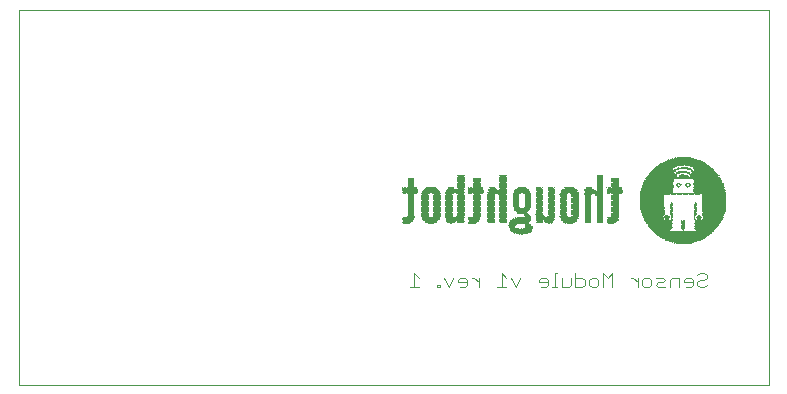
<source format=gbo>
G75*
%MOIN*%
%OFA0B0*%
%FSLAX24Y24*%
%IPPOS*%
%LPD*%
%AMOC8*
5,1,8,0,0,1.08239X$1,22.5*
%
%ADD10C,0.0000*%
%ADD11C,0.0040*%
%ADD12R,0.0020X0.0020*%
%ADD13R,0.0540X0.0020*%
%ADD14R,0.0660X0.0020*%
%ADD15R,0.0820X0.0020*%
%ADD16R,0.0940X0.0020*%
%ADD17R,0.1100X0.0020*%
%ADD18R,0.1180X0.0020*%
%ADD19R,0.1260X0.0020*%
%ADD20R,0.1300X0.0020*%
%ADD21R,0.1420X0.0020*%
%ADD22R,0.1460X0.0020*%
%ADD23R,0.1540X0.0020*%
%ADD24R,0.1600X0.0020*%
%ADD25R,0.1700X0.0020*%
%ADD26R,0.1780X0.0020*%
%ADD27R,0.1820X0.0020*%
%ADD28R,0.1860X0.0020*%
%ADD29R,0.0380X0.0020*%
%ADD30R,0.1900X0.0020*%
%ADD31R,0.0500X0.0020*%
%ADD32R,0.1960X0.0020*%
%ADD33R,0.0620X0.0020*%
%ADD34R,0.1980X0.0020*%
%ADD35R,0.0040X0.0020*%
%ADD36R,0.0700X0.0020*%
%ADD37R,0.0720X0.0020*%
%ADD38R,0.0640X0.0020*%
%ADD39R,0.0760X0.0020*%
%ADD40R,0.0100X0.0020*%
%ADD41R,0.0320X0.0020*%
%ADD42R,0.0260X0.0020*%
%ADD43R,0.0740X0.0020*%
%ADD44R,0.0220X0.0020*%
%ADD45R,0.0120X0.0020*%
%ADD46R,0.0780X0.0020*%
%ADD47R,0.0240X0.0020*%
%ADD48R,0.0200X0.0020*%
%ADD49R,0.0800X0.0020*%
%ADD50R,0.0180X0.0020*%
%ADD51R,0.0840X0.0020*%
%ADD52R,0.0860X0.0020*%
%ADD53R,0.0340X0.0020*%
%ADD54R,0.0880X0.0020*%
%ADD55R,0.0300X0.0020*%
%ADD56R,0.0600X0.0020*%
%ADD57R,0.0280X0.0020*%
%ADD58R,0.0900X0.0020*%
%ADD59R,0.0460X0.0020*%
%ADD60R,0.0420X0.0020*%
%ADD61R,0.0480X0.0020*%
%ADD62R,0.0140X0.0020*%
%ADD63R,0.0060X0.0020*%
%ADD64R,0.0680X0.0020*%
%ADD65R,0.0520X0.0020*%
%ADD66R,0.0360X0.0020*%
%ADD67R,0.0080X0.0020*%
%ADD68R,0.0560X0.0020*%
%ADD69R,0.0580X0.0020*%
%ADD70R,0.2840X0.0020*%
%ADD71R,0.1120X0.0020*%
%ADD72R,0.1080X0.0020*%
%ADD73R,0.1060X0.0020*%
%ADD74R,0.1040X0.0020*%
%ADD75R,0.1020X0.0020*%
%ADD76R,0.0440X0.0020*%
%ADD77R,0.0980X0.0020*%
%ADD78R,0.1000X0.0020*%
%ADD79R,0.0960X0.0020*%
%ADD80R,0.0920X0.0020*%
%ADD81R,0.2500X0.0020*%
%ADD82R,0.2460X0.0020*%
%ADD83R,0.2420X0.0020*%
%ADD84R,0.1580X0.0020*%
%ADD85R,0.1140X0.0020*%
D10*
X000100Y000100D02*
X025100Y000100D01*
X025100Y012600D01*
X000100Y012600D01*
X000100Y000100D01*
D11*
X013132Y003360D02*
X013438Y003360D01*
X013285Y003360D02*
X013285Y003820D01*
X013438Y003667D01*
X014052Y003437D02*
X014052Y003360D01*
X014129Y003360D01*
X014129Y003437D01*
X014052Y003437D01*
X014283Y003667D02*
X014436Y003360D01*
X014589Y003667D01*
X014743Y003590D02*
X014743Y003513D01*
X015050Y003513D01*
X015050Y003437D02*
X015050Y003590D01*
X014973Y003667D01*
X014820Y003667D01*
X014743Y003590D01*
X014820Y003360D02*
X014973Y003360D01*
X015050Y003437D01*
X015203Y003667D02*
X015280Y003667D01*
X015434Y003513D01*
X015434Y003360D02*
X015434Y003667D01*
X016047Y003360D02*
X016354Y003360D01*
X016201Y003360D02*
X016201Y003820D01*
X016354Y003667D01*
X016508Y003667D02*
X016661Y003360D01*
X016815Y003667D01*
X017429Y003590D02*
X017429Y003513D01*
X017735Y003513D01*
X017735Y003437D02*
X017735Y003590D01*
X017659Y003667D01*
X017505Y003667D01*
X017429Y003590D01*
X017505Y003360D02*
X017659Y003360D01*
X017735Y003437D01*
X017889Y003360D02*
X018042Y003360D01*
X017966Y003360D02*
X017966Y003820D01*
X018042Y003820D01*
X018196Y003667D02*
X018196Y003360D01*
X018426Y003360D01*
X018503Y003437D01*
X018503Y003667D01*
X018656Y003667D02*
X018886Y003667D01*
X018963Y003590D01*
X018963Y003437D01*
X018886Y003360D01*
X018656Y003360D01*
X018656Y003820D01*
X019117Y003590D02*
X019193Y003667D01*
X019347Y003667D01*
X019424Y003590D01*
X019424Y003437D01*
X019347Y003360D01*
X019193Y003360D01*
X019117Y003437D01*
X019117Y003590D01*
X019577Y003820D02*
X019577Y003360D01*
X019884Y003360D02*
X019884Y003820D01*
X019731Y003667D01*
X019577Y003820D01*
X020498Y003667D02*
X020575Y003667D01*
X020728Y003513D01*
X020728Y003360D02*
X020728Y003667D01*
X020882Y003590D02*
X020958Y003667D01*
X021112Y003667D01*
X021188Y003590D01*
X021188Y003437D01*
X021112Y003360D01*
X020958Y003360D01*
X020882Y003437D01*
X020882Y003590D01*
X021342Y003667D02*
X021572Y003667D01*
X021649Y003590D01*
X021572Y003513D01*
X021419Y003513D01*
X021342Y003437D01*
X021419Y003360D01*
X021649Y003360D01*
X021802Y003360D02*
X021802Y003590D01*
X021879Y003667D01*
X022109Y003667D01*
X022109Y003360D01*
X022263Y003513D02*
X022570Y003513D01*
X022570Y003437D02*
X022570Y003590D01*
X022493Y003667D01*
X022339Y003667D01*
X022263Y003590D01*
X022263Y003513D01*
X022339Y003360D02*
X022493Y003360D01*
X022570Y003437D01*
X022723Y003437D02*
X022723Y003513D01*
X022800Y003590D01*
X022953Y003590D01*
X023030Y003667D01*
X023030Y003744D01*
X022953Y003820D01*
X022800Y003820D01*
X022723Y003744D01*
X022723Y003437D02*
X022800Y003360D01*
X022953Y003360D01*
X023030Y003437D01*
D12*
X022680Y004840D03*
X022340Y004780D03*
X022300Y004780D03*
X022260Y004780D03*
X022220Y004780D03*
X022180Y004780D03*
X022140Y004780D03*
X021960Y004800D03*
X021900Y004820D03*
X021800Y004840D03*
X021580Y004940D03*
X022260Y005220D03*
X022260Y005260D03*
X022260Y005540D03*
X022220Y005540D03*
X022300Y005540D03*
X022640Y005600D03*
X022640Y005620D03*
X022640Y005640D03*
X022640Y005680D03*
X022640Y005700D03*
X021860Y005700D03*
X021860Y005660D03*
X021860Y005620D03*
X021860Y005580D03*
X021860Y006140D03*
X021860Y006420D03*
X021820Y006420D03*
X021780Y006420D03*
X021740Y006420D03*
X021700Y006420D03*
X021900Y006420D03*
X021940Y006420D03*
X021980Y006420D03*
X021980Y006460D03*
X022020Y006460D03*
X022060Y006460D03*
X022100Y006460D03*
X022140Y006460D03*
X022140Y006420D03*
X022100Y006420D03*
X022060Y006420D03*
X022020Y006420D03*
X022180Y006420D03*
X022180Y006460D03*
X022220Y006460D03*
X022260Y006460D03*
X022300Y006460D03*
X022340Y006460D03*
X022380Y006460D03*
X022420Y006460D03*
X022420Y006420D03*
X022380Y006420D03*
X022340Y006420D03*
X022300Y006420D03*
X022260Y006420D03*
X022220Y006420D03*
X022460Y006420D03*
X022460Y006460D03*
X022500Y006460D03*
X022540Y006460D03*
X022540Y006420D03*
X022500Y006420D03*
X022580Y006420D03*
X022620Y006420D03*
X022660Y006420D03*
X022700Y006420D03*
X022740Y006420D03*
X022780Y006420D03*
X022820Y006420D03*
X022660Y006140D03*
X022420Y006660D03*
X022460Y006700D03*
X022460Y006740D03*
X022380Y006780D03*
X022360Y006800D03*
X022360Y006760D03*
X022160Y006720D03*
X022140Y006700D03*
X022100Y006660D03*
X022060Y006700D03*
X022140Y006780D03*
X022200Y007080D03*
X022240Y007080D03*
X022280Y007080D03*
X022300Y007140D03*
X022180Y007140D03*
X022120Y007320D03*
X022100Y007380D03*
X022240Y007400D03*
X022280Y007400D03*
X022400Y007320D03*
X022520Y007640D03*
X022680Y007600D03*
X022300Y007660D03*
X022260Y007660D03*
X022220Y007660D03*
X022180Y007660D03*
X022000Y007640D03*
X021900Y007620D03*
X021780Y007580D03*
X019840Y006640D03*
X019800Y006640D03*
X019760Y006640D03*
X019720Y006640D03*
X019740Y006460D03*
X019780Y006460D03*
X019820Y006460D03*
X019860Y006460D03*
X020140Y006460D03*
X020180Y006460D03*
X020220Y006460D03*
X019100Y006660D03*
X018540Y006660D03*
X017960Y006640D03*
X017920Y006640D03*
X017880Y006640D03*
X017840Y006640D03*
X017800Y006640D03*
X017760Y006640D03*
X017560Y006640D03*
X017520Y006640D03*
X017480Y006640D03*
X017440Y006640D03*
X017400Y006640D03*
X017360Y006640D03*
X016780Y006660D03*
X015900Y006660D03*
X015580Y006460D03*
X015540Y006460D03*
X015500Y006460D03*
X015220Y006460D03*
X015180Y006460D03*
X015140Y006460D03*
X015100Y006460D03*
X015120Y006640D03*
X015160Y006640D03*
X015200Y006640D03*
X014540Y006660D03*
X013940Y006660D03*
X013740Y006660D03*
X013380Y006460D03*
X013340Y006460D03*
X013020Y006460D03*
X012980Y006460D03*
X012940Y006460D03*
X012920Y006640D03*
X012960Y006640D03*
X013000Y006640D03*
X013140Y005460D03*
X013080Y005440D03*
X013040Y005440D03*
X013000Y005440D03*
X012960Y005440D03*
X013800Y005440D03*
X013840Y005440D03*
X013880Y005440D03*
X014500Y005460D03*
X014540Y005460D03*
X015100Y005460D03*
X015160Y005440D03*
X015200Y005440D03*
X015240Y005440D03*
X015280Y005440D03*
X015340Y005460D03*
X016620Y005620D03*
X016680Y005640D03*
X016780Y005780D03*
X016820Y005780D03*
X016860Y005780D03*
X016900Y005780D03*
X016900Y005660D03*
X017100Y005500D03*
X016880Y005440D03*
X016840Y005440D03*
X016800Y005440D03*
X016760Y005280D03*
X016880Y005280D03*
X016860Y005100D03*
X016820Y005100D03*
X016900Y005100D03*
X017080Y005120D03*
X016640Y005120D03*
X017780Y005460D03*
X017820Y005460D03*
X017860Y005460D03*
X018340Y005460D03*
X018400Y005440D03*
X018440Y005440D03*
X018480Y005440D03*
X018580Y005460D03*
X019800Y005440D03*
X019840Y005440D03*
X019880Y005440D03*
X019920Y005440D03*
X023200Y005120D03*
D13*
X022260Y004800D03*
X019980Y006480D03*
X018460Y006560D03*
X018440Y005580D03*
X016880Y005940D03*
X016860Y005920D03*
X016880Y006500D03*
X016860Y006520D03*
X013840Y006540D03*
X013840Y005580D03*
D14*
X016800Y005520D03*
X016820Y005540D03*
X016840Y005560D03*
X016860Y005180D03*
X021260Y005620D03*
X021280Y005600D03*
X021260Y005660D03*
X021500Y005260D03*
X021520Y005240D03*
X022260Y004820D03*
X022980Y005260D03*
X023200Y005560D03*
X023220Y005580D03*
X023240Y005640D03*
X023260Y005660D03*
X022940Y007220D03*
X022920Y007280D03*
X022800Y007360D03*
X022260Y007620D03*
X021740Y007380D03*
X021640Y007320D03*
X021560Y007240D03*
D15*
X021600Y007200D03*
X021540Y007140D03*
X022240Y007600D03*
X023260Y006420D03*
X023280Y006400D03*
X023280Y006360D03*
X023280Y006320D03*
X023280Y006280D03*
X023280Y006240D03*
X023280Y006200D03*
X023280Y006160D03*
X023280Y006120D03*
X023280Y006080D03*
X023280Y006040D03*
X023280Y006000D03*
X023040Y005400D03*
X022240Y004840D03*
X021480Y005360D03*
X021480Y005400D03*
X021460Y005420D03*
X021220Y006020D03*
X021220Y006060D03*
X021220Y006100D03*
X021220Y006140D03*
X021220Y006180D03*
X021200Y006200D03*
X021220Y006220D03*
X021200Y006240D03*
X021220Y006260D03*
X021220Y006300D03*
X021220Y006340D03*
X021220Y006380D03*
X021220Y006400D03*
D16*
X021440Y006860D03*
X021440Y006900D03*
X021460Y006920D03*
X021480Y006940D03*
X021560Y007060D03*
X022940Y007080D03*
X022960Y007060D03*
X023040Y006940D03*
X023060Y006880D03*
X023080Y006860D03*
X023080Y006820D03*
X022240Y004860D03*
D17*
X022260Y004880D03*
X023120Y006460D03*
X021380Y006480D03*
X021380Y006520D03*
D18*
X022240Y004900D03*
D19*
X022260Y004920D03*
X022260Y007520D03*
D20*
X022260Y007500D03*
X022260Y004940D03*
D21*
X022260Y004960D03*
X022260Y007480D03*
D22*
X022260Y007460D03*
X022260Y004980D03*
D23*
X022240Y005000D03*
X022240Y007440D03*
D24*
X022250Y005020D03*
D25*
X022240Y005040D03*
X022260Y005060D03*
D26*
X022240Y005080D03*
D27*
X022240Y005100D03*
D28*
X022240Y005120D03*
D29*
X019900Y005560D03*
X019900Y005600D03*
X019900Y005640D03*
X018440Y005500D03*
X017760Y005580D03*
X016860Y005840D03*
X016860Y005120D03*
X015280Y005600D03*
X015280Y005620D03*
X015280Y005640D03*
X013840Y005500D03*
X013100Y005640D03*
X013080Y005620D03*
X013080Y005580D03*
X013840Y006620D03*
X019140Y006560D03*
X022260Y007160D03*
X022240Y007300D03*
D30*
X022240Y005140D03*
D31*
X019980Y006500D03*
X019980Y006540D03*
X019980Y006580D03*
X019960Y006600D03*
X016880Y006560D03*
X016860Y006540D03*
X016860Y005900D03*
X016860Y005140D03*
X015340Y006500D03*
X015340Y006540D03*
X015340Y006580D03*
X015340Y006600D03*
X015340Y006620D03*
X013840Y006560D03*
X013160Y006560D03*
X013140Y006580D03*
X013160Y006600D03*
X013140Y006620D03*
X013140Y006540D03*
X013160Y006520D03*
X013160Y006480D03*
X013840Y005560D03*
D32*
X022250Y005160D03*
D33*
X021540Y005200D03*
X021520Y005220D03*
X021280Y005580D03*
X022980Y005220D03*
X022980Y005200D03*
X022880Y007300D03*
X022860Y007320D03*
X022840Y007340D03*
X021600Y007300D03*
X021580Y007280D03*
X021560Y007260D03*
X019260Y006520D03*
X019260Y006500D03*
X019260Y006480D03*
X019260Y006460D03*
X018460Y006480D03*
X017640Y005660D03*
X017660Y005640D03*
X017640Y005620D03*
X017660Y005600D03*
X016860Y005600D03*
X016840Y005580D03*
X016760Y005460D03*
X016860Y005160D03*
X014640Y005580D03*
X014640Y005600D03*
X014640Y005620D03*
X014640Y006500D03*
X014640Y006520D03*
X016040Y006500D03*
X016060Y006520D03*
X016040Y006460D03*
D34*
X022240Y005180D03*
D35*
X022250Y005200D03*
X022250Y005240D03*
X022650Y005580D03*
X022650Y005720D03*
X022650Y005740D03*
X022650Y005780D03*
X022650Y005820D03*
X022650Y005860D03*
X022650Y005900D03*
X022650Y005940D03*
X022650Y005980D03*
X022650Y006020D03*
X022650Y006060D03*
X022650Y006100D03*
X021850Y006100D03*
X021850Y006060D03*
X021850Y006020D03*
X021850Y005980D03*
X021850Y005940D03*
X021850Y005900D03*
X021850Y005860D03*
X021850Y005820D03*
X021850Y005780D03*
X021850Y005740D03*
X021870Y005680D03*
X021870Y005640D03*
X022050Y006720D03*
X022050Y006740D03*
X022050Y006760D03*
X022150Y006760D03*
X022170Y006740D03*
X022350Y006740D03*
X022350Y006720D03*
X022370Y006700D03*
X022470Y006720D03*
D36*
X021560Y007220D03*
X021700Y007360D03*
X022760Y007380D03*
X023240Y005740D03*
X016860Y005200D03*
D37*
X016850Y005220D03*
X021250Y005720D03*
X021510Y005280D03*
X022990Y005280D03*
X022990Y005300D03*
X023250Y005720D03*
D38*
X023230Y005620D03*
X023230Y005600D03*
X022990Y005240D03*
X022950Y007240D03*
X021670Y007340D03*
X016050Y006480D03*
X014630Y006480D03*
X014630Y005640D03*
D39*
X016850Y005260D03*
X016850Y005240D03*
X021230Y005840D03*
X021230Y005880D03*
X021490Y005340D03*
X023010Y005340D03*
X023250Y005800D03*
X023270Y005900D03*
D40*
X022780Y005700D03*
X022780Y005580D03*
X022260Y005500D03*
X022260Y005460D03*
X022260Y005420D03*
X022260Y005380D03*
X022260Y005340D03*
X022260Y005300D03*
X022240Y005280D03*
X021720Y005600D03*
X021720Y005720D03*
X022120Y006680D03*
X022400Y006680D03*
X022440Y007120D03*
X021980Y007220D03*
D41*
X017070Y005280D03*
X014530Y006580D03*
D42*
X014460Y006460D03*
X014440Y006440D03*
X014440Y006400D03*
X014820Y006440D03*
X014820Y006460D03*
X014040Y006400D03*
X014020Y006460D03*
X013660Y006460D03*
X013640Y006400D03*
X013180Y006460D03*
X013640Y005720D03*
X013660Y005660D03*
X014020Y005660D03*
X014040Y005720D03*
X014440Y005680D03*
X014520Y005500D03*
X014820Y005660D03*
X014820Y005680D03*
X015340Y005660D03*
X015360Y005680D03*
X016600Y005280D03*
X017100Y005300D03*
X017100Y005320D03*
X017480Y005720D03*
X017840Y005680D03*
X018620Y005660D03*
X018640Y005680D03*
X018640Y006440D03*
X018620Y006460D03*
X019080Y006440D03*
X019440Y006400D03*
X019980Y005660D03*
X016880Y006640D03*
X016700Y006460D03*
X016220Y006420D03*
X013160Y005680D03*
X013040Y005480D03*
D43*
X021240Y005760D03*
X021260Y005780D03*
X021240Y005800D03*
X021260Y005740D03*
X021500Y005300D03*
X023000Y005320D03*
X023240Y005760D03*
X023260Y005780D03*
X023260Y005820D03*
X023260Y005860D03*
D44*
X022260Y007320D03*
X020000Y006940D03*
X020000Y006900D03*
X020000Y006860D03*
X020000Y006820D03*
X020000Y006780D03*
X020000Y006740D03*
X020000Y006700D03*
X020000Y006660D03*
X020000Y006460D03*
X020000Y006420D03*
X020000Y006380D03*
X020000Y006340D03*
X020000Y006300D03*
X020000Y006260D03*
X020000Y006220D03*
X020000Y006180D03*
X020000Y006140D03*
X020000Y006100D03*
X020000Y006060D03*
X020000Y006020D03*
X020000Y005980D03*
X020000Y005940D03*
X020000Y005900D03*
X020000Y005860D03*
X020000Y005820D03*
X020000Y005780D03*
X020000Y005740D03*
X020000Y005700D03*
X019840Y005460D03*
X019460Y005480D03*
X019460Y005500D03*
X019460Y005520D03*
X019460Y005540D03*
X019460Y005560D03*
X019460Y005580D03*
X019460Y005600D03*
X019460Y005620D03*
X019460Y005640D03*
X019460Y005660D03*
X019460Y005680D03*
X019460Y005700D03*
X019460Y005720D03*
X019460Y005740D03*
X019460Y005760D03*
X019460Y005780D03*
X019460Y005800D03*
X019460Y005820D03*
X019460Y005840D03*
X019460Y005860D03*
X019460Y005880D03*
X019460Y005900D03*
X019460Y005920D03*
X019460Y005940D03*
X019460Y005960D03*
X019460Y005980D03*
X019460Y006000D03*
X019460Y006020D03*
X019460Y006040D03*
X019460Y006060D03*
X019460Y006080D03*
X019460Y006100D03*
X019460Y006120D03*
X019460Y006140D03*
X019460Y006160D03*
X019460Y006180D03*
X019460Y006200D03*
X019460Y006220D03*
X019460Y006240D03*
X019460Y006260D03*
X019460Y006280D03*
X019460Y006300D03*
X019460Y006320D03*
X019460Y006340D03*
X019460Y006360D03*
X019460Y006540D03*
X019460Y006560D03*
X019460Y006580D03*
X019460Y006600D03*
X019460Y006620D03*
X019460Y006640D03*
X019460Y006660D03*
X019460Y006680D03*
X019460Y006700D03*
X019460Y006720D03*
X019460Y006740D03*
X019460Y006760D03*
X019460Y006780D03*
X019460Y006800D03*
X019460Y006820D03*
X019460Y006840D03*
X019460Y006860D03*
X019460Y006880D03*
X019460Y006900D03*
X019460Y006920D03*
X019460Y006940D03*
X019460Y006960D03*
X019460Y006980D03*
X019460Y007000D03*
X019460Y007020D03*
X019460Y007040D03*
X019120Y006620D03*
X019060Y006400D03*
X019060Y006380D03*
X019060Y006360D03*
X019060Y006340D03*
X019060Y006320D03*
X019060Y006300D03*
X019060Y006280D03*
X019060Y006260D03*
X019060Y006240D03*
X019060Y006220D03*
X019060Y006200D03*
X019060Y006180D03*
X019060Y006160D03*
X019060Y006140D03*
X019060Y006120D03*
X019060Y006100D03*
X019060Y006080D03*
X019060Y006060D03*
X019060Y006040D03*
X019060Y006020D03*
X019060Y006000D03*
X019060Y005980D03*
X019060Y005960D03*
X019060Y005940D03*
X019060Y005920D03*
X019060Y005900D03*
X019060Y005880D03*
X019060Y005860D03*
X019060Y005840D03*
X019060Y005820D03*
X019060Y005800D03*
X019060Y005780D03*
X019060Y005760D03*
X019060Y005740D03*
X019060Y005720D03*
X019060Y005700D03*
X019060Y005680D03*
X019060Y005660D03*
X019060Y005640D03*
X019060Y005620D03*
X019060Y005600D03*
X019060Y005580D03*
X019060Y005560D03*
X019060Y005540D03*
X019060Y005520D03*
X019060Y005500D03*
X019060Y005480D03*
X018660Y005720D03*
X018640Y005700D03*
X018660Y005760D03*
X018660Y005800D03*
X018660Y005840D03*
X018660Y005880D03*
X018660Y005920D03*
X018660Y005960D03*
X018660Y006000D03*
X018660Y006040D03*
X018660Y006080D03*
X018660Y006120D03*
X018660Y006160D03*
X018660Y006200D03*
X018660Y006240D03*
X018660Y006280D03*
X018660Y006320D03*
X018660Y006360D03*
X018660Y006400D03*
X018260Y006400D03*
X018240Y006380D03*
X018260Y006360D03*
X018240Y006340D03*
X018260Y006320D03*
X018240Y006300D03*
X018260Y006280D03*
X018240Y006260D03*
X018260Y006240D03*
X018240Y006220D03*
X018260Y006200D03*
X018240Y006180D03*
X018260Y006160D03*
X018240Y006140D03*
X018260Y006120D03*
X018240Y006100D03*
X018260Y006080D03*
X018240Y006060D03*
X018260Y006040D03*
X018240Y006020D03*
X018260Y006000D03*
X018240Y005980D03*
X018260Y005960D03*
X018240Y005940D03*
X018260Y005920D03*
X018240Y005900D03*
X018260Y005880D03*
X018240Y005860D03*
X018260Y005840D03*
X018240Y005820D03*
X018260Y005800D03*
X018240Y005780D03*
X018260Y005760D03*
X018240Y005740D03*
X018260Y005720D03*
X017860Y005720D03*
X017840Y005740D03*
X017860Y005760D03*
X017840Y005780D03*
X017860Y005800D03*
X017840Y005820D03*
X017860Y005840D03*
X017840Y005860D03*
X017860Y005880D03*
X017840Y005900D03*
X017860Y005920D03*
X017840Y005940D03*
X017860Y005960D03*
X017840Y005980D03*
X017860Y006000D03*
X017840Y006020D03*
X017860Y006040D03*
X017840Y006060D03*
X017860Y006080D03*
X017840Y006100D03*
X017860Y006120D03*
X017840Y006140D03*
X017860Y006160D03*
X017840Y006180D03*
X017860Y006200D03*
X017840Y006220D03*
X017860Y006240D03*
X017840Y006260D03*
X017860Y006280D03*
X017840Y006300D03*
X017860Y006320D03*
X017840Y006340D03*
X017860Y006360D03*
X017840Y006380D03*
X017860Y006400D03*
X017840Y006420D03*
X017860Y006440D03*
X017840Y006460D03*
X017860Y006480D03*
X017840Y006500D03*
X017860Y006520D03*
X017840Y006540D03*
X017860Y006560D03*
X017840Y006580D03*
X017860Y006600D03*
X017840Y006620D03*
X017460Y006600D03*
X017440Y006620D03*
X017440Y006580D03*
X017460Y006560D03*
X017440Y006540D03*
X017460Y006520D03*
X017440Y006500D03*
X017460Y006480D03*
X017440Y006460D03*
X017460Y006440D03*
X017440Y006420D03*
X017460Y006400D03*
X017440Y006380D03*
X017460Y006360D03*
X017440Y006340D03*
X017460Y006320D03*
X017440Y006300D03*
X017460Y006280D03*
X017440Y006260D03*
X017460Y006240D03*
X017440Y006220D03*
X017460Y006200D03*
X017440Y006180D03*
X017460Y006160D03*
X017440Y006140D03*
X017460Y006120D03*
X017440Y006100D03*
X017460Y006080D03*
X017440Y006060D03*
X017460Y006040D03*
X017440Y006020D03*
X017460Y006000D03*
X017440Y005980D03*
X017460Y005960D03*
X017440Y005940D03*
X017460Y005920D03*
X017440Y005900D03*
X017460Y005880D03*
X017440Y005860D03*
X017460Y005840D03*
X017440Y005820D03*
X017460Y005800D03*
X017440Y005780D03*
X017460Y005760D03*
X017440Y005580D03*
X017460Y005560D03*
X017440Y005540D03*
X017460Y005520D03*
X017440Y005500D03*
X017460Y005480D03*
X017840Y005700D03*
X017060Y005680D03*
X017040Y005660D03*
X017020Y005440D03*
X017060Y005400D03*
X017080Y005380D03*
X017100Y005360D03*
X016560Y005300D03*
X016540Y005320D03*
X016540Y005360D03*
X016260Y005480D03*
X016240Y005500D03*
X016240Y005540D03*
X016240Y005580D03*
X016240Y005620D03*
X016240Y005660D03*
X016240Y005700D03*
X016240Y005740D03*
X016240Y005780D03*
X016240Y005820D03*
X016240Y005860D03*
X016240Y005900D03*
X016240Y005940D03*
X016240Y005980D03*
X016240Y006020D03*
X016240Y006060D03*
X016240Y006100D03*
X016240Y006140D03*
X016240Y006180D03*
X016240Y006220D03*
X016240Y006260D03*
X016240Y006300D03*
X016240Y006340D03*
X016240Y006380D03*
X016240Y006540D03*
X016240Y006580D03*
X016240Y006620D03*
X016240Y006660D03*
X016240Y006700D03*
X016240Y006740D03*
X016240Y006780D03*
X016240Y006820D03*
X016240Y006860D03*
X016240Y006900D03*
X016240Y006940D03*
X016240Y006980D03*
X016240Y007020D03*
X015920Y006620D03*
X015840Y006380D03*
X015840Y006340D03*
X015840Y006300D03*
X015840Y006260D03*
X015840Y006220D03*
X015840Y006180D03*
X015840Y006140D03*
X015840Y006100D03*
X015840Y006060D03*
X015840Y006020D03*
X015840Y005980D03*
X015840Y005940D03*
X015840Y005900D03*
X015840Y005860D03*
X015840Y005820D03*
X015840Y005780D03*
X015840Y005740D03*
X015840Y005700D03*
X015840Y005660D03*
X015840Y005620D03*
X015840Y005580D03*
X015840Y005540D03*
X015840Y005500D03*
X015860Y005480D03*
X015360Y005700D03*
X015360Y005740D03*
X015360Y005780D03*
X015360Y005820D03*
X015360Y005860D03*
X015360Y005900D03*
X015360Y005940D03*
X015360Y005980D03*
X015360Y006020D03*
X015360Y006060D03*
X015360Y006100D03*
X015360Y006140D03*
X015360Y006180D03*
X015360Y006220D03*
X015360Y006260D03*
X015360Y006300D03*
X015360Y006340D03*
X015360Y006380D03*
X015360Y006420D03*
X015360Y006460D03*
X015360Y006660D03*
X015360Y006700D03*
X015360Y006740D03*
X015360Y006780D03*
X015360Y006820D03*
X015360Y006860D03*
X015360Y006900D03*
X015360Y006940D03*
X014840Y006940D03*
X014840Y006980D03*
X014840Y007020D03*
X014840Y006900D03*
X014840Y006860D03*
X014840Y006820D03*
X014840Y006780D03*
X014840Y006740D03*
X014840Y006700D03*
X014840Y006660D03*
X014840Y006620D03*
X014840Y006580D03*
X014840Y006420D03*
X014840Y006380D03*
X014840Y006340D03*
X014840Y006300D03*
X014840Y006260D03*
X014840Y006220D03*
X014840Y006180D03*
X014840Y006140D03*
X014840Y006100D03*
X014840Y006060D03*
X014840Y006020D03*
X014840Y005980D03*
X014840Y005940D03*
X014840Y005900D03*
X014840Y005860D03*
X014840Y005820D03*
X014840Y005780D03*
X014840Y005740D03*
X014840Y005700D03*
X014840Y005540D03*
X014840Y005500D03*
X014820Y005480D03*
X014440Y005700D03*
X014440Y005740D03*
X014440Y005780D03*
X014440Y005820D03*
X014440Y005860D03*
X014440Y005900D03*
X014440Y005940D03*
X014440Y005980D03*
X014440Y006020D03*
X014440Y006060D03*
X014440Y006100D03*
X014440Y006140D03*
X014440Y006180D03*
X014440Y006220D03*
X014440Y006260D03*
X014440Y006300D03*
X014440Y006340D03*
X014440Y006380D03*
X014440Y006420D03*
X014520Y006620D03*
X014040Y006420D03*
X014040Y006380D03*
X014040Y006340D03*
X014040Y006300D03*
X014040Y006260D03*
X014040Y006220D03*
X014040Y006180D03*
X014040Y006140D03*
X014040Y006100D03*
X014040Y006060D03*
X014040Y006020D03*
X014040Y005980D03*
X014040Y005940D03*
X014040Y005900D03*
X014040Y005860D03*
X014040Y005820D03*
X014040Y005780D03*
X014040Y005740D03*
X014040Y005700D03*
X013840Y005460D03*
X013640Y005700D03*
X013640Y005740D03*
X013640Y005780D03*
X013640Y005820D03*
X013640Y005860D03*
X013640Y005900D03*
X013640Y005940D03*
X013640Y005980D03*
X013640Y006020D03*
X013640Y006060D03*
X013640Y006100D03*
X013640Y006140D03*
X013640Y006180D03*
X013640Y006220D03*
X013640Y006260D03*
X013640Y006300D03*
X013640Y006340D03*
X013640Y006380D03*
X013640Y006420D03*
X013180Y006440D03*
X013160Y006420D03*
X013180Y006400D03*
X013160Y006380D03*
X013180Y006360D03*
X013160Y006340D03*
X013180Y006320D03*
X013160Y006300D03*
X013180Y006280D03*
X013160Y006260D03*
X013180Y006240D03*
X013160Y006220D03*
X013180Y006200D03*
X013160Y006180D03*
X013180Y006160D03*
X013160Y006140D03*
X013180Y006120D03*
X013160Y006100D03*
X013180Y006080D03*
X013160Y006060D03*
X013180Y006040D03*
X013160Y006020D03*
X013180Y006000D03*
X013160Y005980D03*
X013180Y005960D03*
X013160Y005940D03*
X013180Y005920D03*
X013160Y005900D03*
X013180Y005880D03*
X013160Y005860D03*
X013180Y005840D03*
X013160Y005820D03*
X013180Y005800D03*
X013160Y005780D03*
X013180Y005760D03*
X013160Y005740D03*
X013180Y005720D03*
X013160Y005700D03*
X013160Y006660D03*
X013180Y006680D03*
X013160Y006700D03*
X013180Y006720D03*
X013160Y006740D03*
X013180Y006760D03*
X013160Y006780D03*
X013180Y006800D03*
X013160Y006820D03*
X013180Y006840D03*
X013160Y006860D03*
X013180Y006880D03*
X013160Y006900D03*
X013180Y006920D03*
X013160Y006940D03*
X013180Y006960D03*
X016680Y006420D03*
X016680Y006400D03*
X016680Y006380D03*
X016680Y006340D03*
X016680Y006300D03*
X016680Y006260D03*
X016680Y006220D03*
X016680Y006180D03*
X016680Y006140D03*
X016680Y006100D03*
X016680Y006060D03*
X016680Y006020D03*
X016700Y006000D03*
X016700Y005980D03*
X017040Y005980D03*
X017060Y006000D03*
X017060Y006040D03*
X017060Y006080D03*
X017060Y006120D03*
X017060Y006160D03*
X017060Y006200D03*
X017060Y006240D03*
X017060Y006280D03*
X017060Y006320D03*
X017060Y006360D03*
X017060Y006400D03*
X017040Y006460D03*
X016700Y006440D03*
D45*
X022010Y007240D03*
X022050Y007260D03*
X022090Y007140D03*
X022490Y007240D03*
X022250Y005520D03*
X022250Y005480D03*
X022250Y005440D03*
X022250Y005400D03*
X022250Y005360D03*
X022250Y005320D03*
D46*
X021500Y005320D03*
X021480Y005380D03*
X021240Y005820D03*
X021240Y005860D03*
X021240Y005900D03*
X021220Y005920D03*
X021220Y005960D03*
X021220Y006000D03*
X021220Y006040D03*
X023020Y005360D03*
X023260Y005840D03*
X023260Y005880D03*
X023260Y005920D03*
X023280Y005940D03*
X023280Y005980D03*
X023280Y006020D03*
X023280Y006060D03*
X023280Y006100D03*
X023280Y006340D03*
X023280Y006380D03*
X022940Y007160D03*
X022920Y007180D03*
X022700Y007400D03*
X021820Y007400D03*
X021560Y007180D03*
D47*
X019990Y006960D03*
X019990Y006920D03*
X019990Y006880D03*
X019990Y006840D03*
X019990Y006800D03*
X019990Y006760D03*
X019990Y006720D03*
X019990Y006680D03*
X019990Y006440D03*
X019990Y006400D03*
X019990Y006360D03*
X019990Y006320D03*
X019990Y006280D03*
X019990Y006240D03*
X019990Y006200D03*
X019990Y006160D03*
X019990Y006120D03*
X019990Y006080D03*
X019990Y006040D03*
X019990Y006000D03*
X019990Y005960D03*
X019990Y005920D03*
X019990Y005880D03*
X019990Y005840D03*
X019990Y005800D03*
X019990Y005760D03*
X019990Y005720D03*
X019990Y005680D03*
X018650Y005740D03*
X018650Y005780D03*
X018650Y005820D03*
X018650Y005860D03*
X018650Y005900D03*
X018650Y005940D03*
X018650Y005980D03*
X018650Y006020D03*
X018650Y006060D03*
X018650Y006100D03*
X018650Y006140D03*
X018650Y006180D03*
X018650Y006220D03*
X018650Y006260D03*
X018650Y006300D03*
X018650Y006340D03*
X018650Y006380D03*
X018650Y006420D03*
X019070Y006420D03*
X019450Y006380D03*
X018270Y006440D03*
X018250Y006420D03*
X017450Y005740D03*
X017790Y005500D03*
X018250Y005700D03*
X018270Y005680D03*
X018270Y005660D03*
X017110Y005340D03*
X016570Y005420D03*
X016550Y005400D03*
X016250Y005520D03*
X016250Y005560D03*
X016250Y005600D03*
X016250Y005640D03*
X016250Y005680D03*
X016250Y005720D03*
X016250Y005760D03*
X016250Y005800D03*
X016250Y005840D03*
X016250Y005880D03*
X016250Y005920D03*
X016250Y005960D03*
X016250Y006000D03*
X016250Y006040D03*
X016250Y006080D03*
X016250Y006120D03*
X016250Y006160D03*
X016250Y006200D03*
X016250Y006240D03*
X016250Y006280D03*
X016250Y006320D03*
X016250Y006360D03*
X016250Y006560D03*
X016250Y006600D03*
X016250Y006640D03*
X016250Y006680D03*
X016250Y006720D03*
X016250Y006760D03*
X016250Y006800D03*
X016250Y006840D03*
X016250Y006880D03*
X016250Y006920D03*
X016250Y006960D03*
X016250Y007000D03*
X016250Y007040D03*
X015370Y006960D03*
X015370Y006920D03*
X015370Y006880D03*
X015370Y006840D03*
X015370Y006800D03*
X015370Y006760D03*
X015370Y006720D03*
X015370Y006680D03*
X015370Y006440D03*
X015370Y006400D03*
X015370Y006360D03*
X015370Y006320D03*
X015370Y006280D03*
X015370Y006240D03*
X015370Y006200D03*
X015370Y006160D03*
X015370Y006120D03*
X015370Y006080D03*
X015370Y006040D03*
X015370Y006000D03*
X015370Y005960D03*
X015370Y005920D03*
X015370Y005880D03*
X015370Y005840D03*
X015370Y005800D03*
X015370Y005760D03*
X015370Y005720D03*
X015850Y005720D03*
X015850Y005760D03*
X015850Y005800D03*
X015850Y005840D03*
X015850Y005880D03*
X015850Y005920D03*
X015850Y005960D03*
X015850Y006000D03*
X015850Y006040D03*
X015850Y006080D03*
X015850Y006120D03*
X015850Y006160D03*
X015850Y006200D03*
X015850Y006240D03*
X015850Y006280D03*
X015850Y006320D03*
X015850Y006360D03*
X015850Y006400D03*
X015850Y006420D03*
X014830Y006400D03*
X014830Y006360D03*
X014830Y006320D03*
X014830Y006280D03*
X014830Y006240D03*
X014830Y006200D03*
X014830Y006160D03*
X014830Y006120D03*
X014830Y006080D03*
X014830Y006040D03*
X014830Y006000D03*
X014830Y005960D03*
X014830Y005920D03*
X014830Y005880D03*
X014830Y005840D03*
X014830Y005800D03*
X014830Y005760D03*
X014830Y005720D03*
X014450Y005660D03*
X014430Y005720D03*
X014430Y005760D03*
X014430Y005800D03*
X014430Y005840D03*
X014430Y005880D03*
X014430Y005920D03*
X014430Y005960D03*
X014430Y006000D03*
X014430Y006040D03*
X014430Y006080D03*
X014430Y006120D03*
X014430Y006160D03*
X014430Y006200D03*
X014430Y006240D03*
X014430Y006280D03*
X014430Y006320D03*
X014430Y006360D03*
X014050Y006360D03*
X014050Y006320D03*
X014050Y006280D03*
X014050Y006240D03*
X014050Y006200D03*
X014050Y006160D03*
X014050Y006120D03*
X014050Y006080D03*
X014050Y006040D03*
X014050Y006000D03*
X014050Y005960D03*
X014050Y005920D03*
X014050Y005880D03*
X014050Y005840D03*
X014050Y005800D03*
X014050Y005760D03*
X014030Y005680D03*
X013650Y005680D03*
X013630Y005760D03*
X013630Y005800D03*
X013630Y005840D03*
X013630Y005880D03*
X013630Y005920D03*
X013630Y005960D03*
X013630Y006000D03*
X013630Y006040D03*
X013630Y006080D03*
X013630Y006120D03*
X013630Y006160D03*
X013630Y006200D03*
X013630Y006240D03*
X013630Y006280D03*
X013630Y006320D03*
X013630Y006360D03*
X013650Y006440D03*
X014030Y006440D03*
X014830Y006600D03*
X014830Y006640D03*
X014830Y006680D03*
X014830Y006720D03*
X014830Y006760D03*
X014830Y006800D03*
X014830Y006840D03*
X014830Y006880D03*
X014830Y006920D03*
X014830Y006960D03*
X014830Y007000D03*
X014830Y007040D03*
X017050Y006440D03*
X015850Y005680D03*
X015850Y005640D03*
X015850Y005600D03*
X015850Y005560D03*
X015850Y005520D03*
X014830Y005520D03*
X013150Y005660D03*
D48*
X015890Y006640D03*
X016670Y006360D03*
X016670Y006320D03*
X016670Y006280D03*
X016670Y006240D03*
X016670Y006200D03*
X016670Y006160D03*
X016670Y006120D03*
X016670Y006080D03*
X016690Y006040D03*
X017070Y006060D03*
X017070Y006100D03*
X017070Y006140D03*
X017070Y006180D03*
X017070Y006220D03*
X017070Y006260D03*
X017070Y006300D03*
X017070Y006340D03*
X017070Y006380D03*
X016550Y005380D03*
X016550Y005340D03*
D49*
X021230Y005940D03*
X021230Y005980D03*
X021210Y006080D03*
X021210Y006120D03*
X021210Y006160D03*
X021210Y006280D03*
X021210Y006320D03*
X021210Y006360D03*
X021550Y007160D03*
X022910Y007200D03*
X022950Y007140D03*
X023290Y006300D03*
X023290Y006260D03*
X023290Y006220D03*
X023290Y006180D03*
X023290Y006140D03*
X023270Y005960D03*
X023030Y005420D03*
X023030Y005380D03*
D50*
X022780Y005660D03*
X021720Y005680D03*
X021720Y005640D03*
X022260Y007060D03*
X022240Y007200D03*
X019120Y006640D03*
X017060Y006420D03*
X017060Y006020D03*
X017040Y005720D03*
X017060Y005700D03*
X017060Y005420D03*
X017800Y005480D03*
X018460Y005460D03*
X015220Y005460D03*
X014520Y005480D03*
X013020Y005460D03*
X014520Y006640D03*
D51*
X022950Y007120D03*
X023050Y005460D03*
X023050Y005440D03*
D52*
X023060Y005480D03*
X021460Y005440D03*
X021440Y005460D03*
X021440Y005500D03*
X021240Y006420D03*
X021540Y007120D03*
X022960Y007100D03*
D53*
X022260Y007020D03*
X020040Y006640D03*
X019400Y006440D03*
X018460Y006620D03*
X018440Y006640D03*
X016880Y005800D03*
X016860Y005820D03*
X016600Y005440D03*
X017780Y005540D03*
X018440Y005480D03*
X019880Y005520D03*
X019900Y005540D03*
X019900Y005580D03*
X016200Y006440D03*
X015920Y006560D03*
X015400Y006640D03*
X013840Y006640D03*
X013200Y006640D03*
X013080Y005560D03*
X013060Y005540D03*
X013080Y005520D03*
X013840Y005480D03*
X014520Y005520D03*
X014540Y005540D03*
X015260Y005540D03*
X015260Y005520D03*
D54*
X021450Y005480D03*
X023070Y005500D03*
X023070Y005520D03*
X023070Y005540D03*
D55*
X022260Y007040D03*
X022240Y007180D03*
X019880Y005500D03*
X019860Y005480D03*
X019120Y006580D03*
X017500Y005680D03*
X017780Y005520D03*
X015920Y006580D03*
X014540Y006600D03*
X015240Y005500D03*
X013040Y005500D03*
D56*
X013850Y006480D03*
X014650Y006540D03*
X014650Y006560D03*
X014650Y005560D03*
X016750Y005480D03*
X016770Y005500D03*
X018450Y005640D03*
X022930Y007260D03*
D57*
X019430Y006420D03*
X019130Y006600D03*
X018290Y006460D03*
X017470Y005700D03*
X016230Y006400D03*
X015910Y006600D03*
X015870Y006440D03*
X015230Y005480D03*
D58*
X021420Y005540D03*
X021440Y005520D03*
X023060Y006900D03*
X022260Y007580D03*
D59*
X022260Y007640D03*
X022260Y007280D03*
X018460Y006600D03*
X016860Y005880D03*
X016940Y005640D03*
X018460Y005520D03*
X013840Y005540D03*
X013840Y006580D03*
D60*
X013840Y006600D03*
X013840Y005520D03*
X016860Y005860D03*
X016880Y006600D03*
D61*
X018450Y006580D03*
X019970Y006620D03*
X018450Y005540D03*
D62*
X017040Y005740D03*
X017020Y005760D03*
X017000Y005780D03*
X016880Y006660D03*
X018440Y006660D03*
X021720Y005700D03*
X021720Y005660D03*
X021720Y005620D03*
X021720Y005560D03*
X022780Y005560D03*
X022780Y005600D03*
X022780Y005620D03*
X022780Y005640D03*
X022780Y005680D03*
X022400Y007140D03*
X022440Y007260D03*
X022060Y007120D03*
X013840Y006660D03*
D63*
X021860Y006120D03*
X021860Y006080D03*
X021860Y006040D03*
X021860Y006000D03*
X021860Y005960D03*
X021860Y005920D03*
X021860Y005880D03*
X021860Y005840D03*
X021860Y005800D03*
X021860Y005760D03*
X021860Y005720D03*
X021860Y005600D03*
X021860Y005560D03*
X022660Y005560D03*
X022660Y005760D03*
X022660Y005800D03*
X022660Y005840D03*
X022660Y005880D03*
X022660Y005920D03*
X022660Y005960D03*
X022660Y006000D03*
X022660Y006040D03*
X022660Y006080D03*
X022660Y006120D03*
X022780Y005720D03*
X022460Y006760D03*
X022440Y006780D03*
X022420Y006800D03*
X022100Y006800D03*
X022080Y006780D03*
X022480Y007100D03*
D64*
X023250Y005700D03*
X023250Y005680D03*
X021290Y005560D03*
X021250Y005640D03*
X021250Y005680D03*
X021250Y005700D03*
D65*
X019970Y006520D03*
X019970Y006560D03*
X018450Y006540D03*
X016910Y005620D03*
X018450Y005560D03*
X015350Y006480D03*
X015350Y006520D03*
X015350Y006560D03*
X013150Y006500D03*
D66*
X013090Y005600D03*
X015270Y005580D03*
X015270Y005560D03*
X015930Y006540D03*
X016870Y006620D03*
X017770Y005560D03*
X019150Y006540D03*
X019910Y005620D03*
D67*
X021730Y005580D03*
X022530Y007220D03*
D68*
X018450Y006520D03*
X018450Y005600D03*
X016870Y005960D03*
X016870Y006480D03*
D69*
X018460Y006500D03*
X018460Y005620D03*
X013840Y005620D03*
X013840Y005640D03*
X013840Y005600D03*
X013840Y006500D03*
X013840Y006520D03*
D70*
X022250Y006440D03*
D71*
X021390Y006460D03*
D72*
X021390Y006560D03*
X021390Y006600D03*
X023130Y006480D03*
D73*
X023140Y006500D03*
X023120Y006520D03*
X023120Y006560D03*
X023120Y006600D03*
X022240Y007560D03*
X021400Y006680D03*
X021400Y006640D03*
X021380Y006580D03*
X021380Y006540D03*
X021380Y006500D03*
D74*
X021390Y006620D03*
X021410Y006720D03*
X023110Y006640D03*
X023130Y006540D03*
D75*
X023120Y006580D03*
X023120Y006620D03*
X023120Y006660D03*
X023100Y006680D03*
X023100Y006720D03*
X021420Y006760D03*
X021400Y006740D03*
X021400Y006700D03*
X021400Y006660D03*
X021420Y006800D03*
D76*
X016870Y006580D03*
D77*
X021420Y006780D03*
X021420Y006820D03*
X021440Y006840D03*
X021440Y006880D03*
X021540Y007020D03*
X022960Y007040D03*
X023080Y006800D03*
X023100Y006780D03*
X023100Y006740D03*
X023100Y006700D03*
D78*
X023090Y006760D03*
D79*
X023070Y006840D03*
X022950Y007020D03*
X021590Y007100D03*
X021570Y007080D03*
X021550Y007040D03*
D80*
X023050Y006920D03*
D81*
X022240Y006960D03*
D82*
X022240Y006980D03*
D83*
X022240Y007000D03*
D84*
X022240Y007420D03*
D85*
X022260Y007540D03*
M02*

</source>
